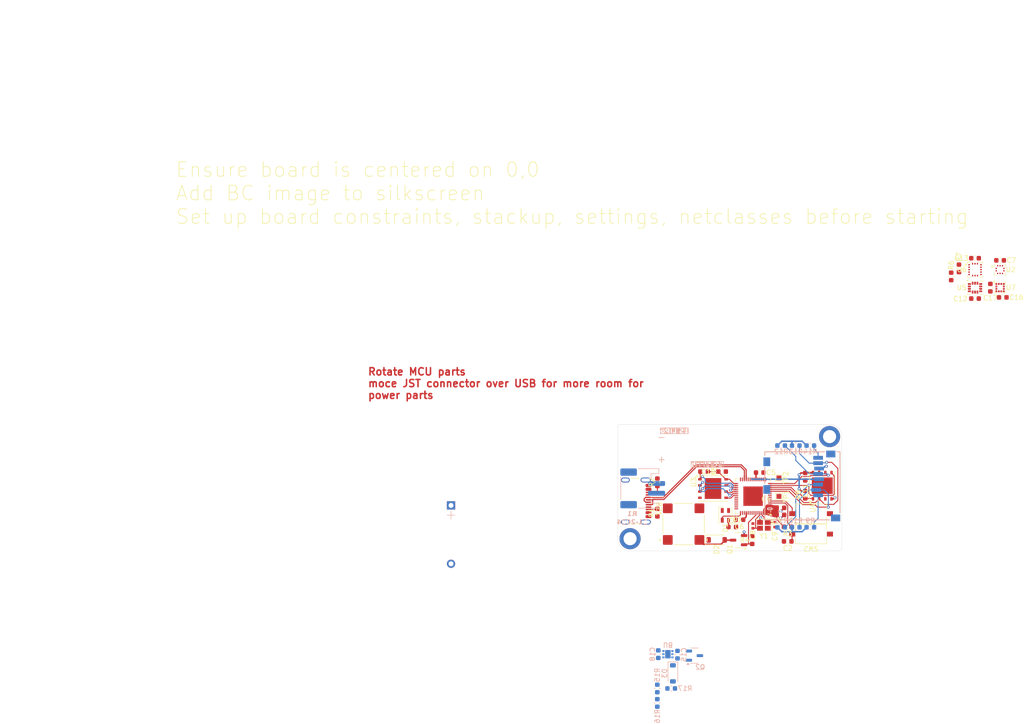
<source format=kicad_pcb>
(kicad_pcb (version 20240108) (generator "pcbnew") (generator_version "8.0")
  (title_block (title "Aerochungus Flight Recorder") (date "2024-10-29") (rev "R1") (company "Chungus Aerospace"))
  (layers (0 "F.Cu" signal) (1 "In1.Cu" signal) (2 "In2.Cu" signal) (31 "B.Cu" signal) (34 "B.Paste" user) (35 "F.Paste" user) (36 "B.SilkS" user "B.Silkscreen") (37 "F.SilkS" user "F.Silkscreen") (38 "B.Mask" user) (39 "F.Mask" user) (44 "Edge.Cuts" user))
  (net 0 "")
  (net 1 "Net-(BZ1--)")
  (net 2 "/XTAL_N")
  (net 3 "/XTAL_P")
  (net 4 "/VDD_SPI")
  (net 5 "VBAT")
  (net 6 "Net-(U7-C1)")
  (net 8 "/NEOPIXEL")
  (net 9 "VBUS")
  (net 11 "/D-")
  (net 14 "/D+")
  (net 15 "/CC1")
  (net 17 "/CC2")
  (net 21 "/MOSI")
  (net 22 "/SD_CS")
  (net 23 "Net-(J2-DAT1)")
  (net 24 "/MISO")
  (net 25 "Net-(J2-DAT2)")
  (net 26 "/SCK")
  (net 27 "/SCL")
  (net 28 "/SDA")
  (net 29 "/BUZZ")
  (net 30 "/SPICS0")
  (net 31 "/VBAT_SENSE")
  (net 32 "/BOOT")
  (net 33 "/IO11")
  (net 35 "/FSH_CS")
  (net 36 "/SPID")
  (net 40 "/SPIHD")
  (net 45 "/SPICLK")
  (net 48 "/SPIQ")
  (net 58 "/SPIWP")
  (net 71 "GND")
  (net 72 "/IO10")
  (net 76 "+3V3")
  (net 78 "/VHIGH")
  (net 81 "/RESET")
  (footprint "Capacitor_SMD:C_0603_1608Metric" (layer "F.Cu") (at 206.1 60.8625)
    (property "Reference" "C16")
    (property "Value" "100nF")
  )
  (footprint "Capacitor_SMD:C_0603_1608Metric" (layer "F.Cu") (at 135.11 105.15 -90)
    (property "Reference" "R1")
    (property "Value" "5.1k")
  )
  (footprint "Button_Switch_SMD:SW_Tactile_SPST_NO_Straight_CK_PTS636Sx25SMTRLFS" (layer "F.Cu") (at 166.7 109.55 180)
    (property "Reference" "SW2")
    (property "Value" "PTS636 SK25F")
  )
  (footprint "Capacitor_SMD:C_0603_1608Metric" (layer "F.Cu") (at 205.55 53.25 180)
    (property "Reference" "C7")
    (property "Value" "100nF")
  )
  (footprint "Crystal:Crystal_SMD_EuroQuartz_X22-4Pin_2.5x2.0mm" (layer "F.Cu") (at 157 107.75 180)
    (property "Reference" "Y1")
    (property "Value" "ECS-400-8-36B-7KY")
  )
  (footprint "besser_footprints:M2.5_2.7mm_hole" (layer "F.Cu") (at 129.5 110.5)
    (property "Reference" "H2" (hide yes))
    (property "Value" "M2.5_2.7mm")
  )
  (footprint "Capacitor_SMD:C_0603_1608Metric" (layer "F.Cu") (at 165.5 97.75 -90)
    (property "Reference" "C11")
    (property "Value" "100nF")
  )
  (footprint "Capacitor_SMD:C_0603_1608Metric" (layer "F.Cu") (at 161.9 108.05 180)
    (property "Reference" "R3")
    (property "Value" "5.1K")
  )
  (footprint "Button_Switch_SMD:SW_Tactile_SPST_NO_Straight_CK_PTS636Sx25SMTRLFS" (layer "F.Cu") (at 166.7 105.35 180)
    (property "Reference" "SW1" (hide yes))
    (property "Value" "PTS636 SK25F")
  )
  (footprint "Capacitor_SMD:C_0603_1608Metric" (layer "F.Cu") (at 160.4 104.15)
    (property "Reference" "C4")
    (property "Value" "1uF")
  )
  (footprint "besser_footprints:CMT-9504-87-SMT_BUZZER" (layer "F.Cu") (at 140.5 107.5 90)
    (property "Reference" "BZ1")
    (property "Value" "Buzzer" (hide yes))
  )
  (footprint "Capacitor_SMD:C_0603_1608Metric" (layer "F.Cu") (at 165.5 101.45 90)
    (property "Reference" "R8")
    (property "Value" "47k")
  )
  (footprint "Capacitor_SMD:C_0603_1608Metric" (layer "F.Cu") (at 151.98 106.6 180)
    (property "Reference" "C6")
    (property "Value" "10uF")
  )
  (footprint "besser_footprints:10-WFLGA" (layer "F.Cu") (at 205.55 55.15 90)
    (property "Reference" "U2")
    (property "Value" "BMP390")
  )
  (footprint "Capacitor_SMD:C_0603_1608Metric" (layer "F.Cu") (at 200.4 61.1125)
    (property "Reference" "C12")
    (property "Value" "100nF")
  )
  (footprint "Capacitor_SMD:C_0603_1608Metric" (layer "F.Cu") (at 161.9 111.05 180)
    (property "Reference" "C2")
    (property "Value" "1uF")
  )
  (footprint "Capacitor_SMD:C_0402_1005Metric" (layer "F.Cu") (at 159.25 107.63 -90)
    (property "Reference" "C9")
    (property "Value" "6pF")
  )
  (footprint "Package_LGA:LGA-14_3x2.5mm_P0.5mm_LayoutBorder3x4y" (layer "F.Cu") (at 200.4 58.8625)
    (property "Reference" "U5")
    (property "Value" "LSM6DSO32")
  )
  (footprint "Capacitor_SMD:C_0603_1608Metric" (layer "F.Cu") (at 197.1 54.9 90)
    (property "Reference" "R7")
    (property "Value" "10k")
  )
  (footprint "besser_footprints:M2.5_2.7mm_hole" (layer "F.Cu") (at 170.5 89.5)
    (property "Reference" "H1" (hide yes))
    (property "Value" "M2.5_2.7mm")
  )
  (footprint "TestPoint:TestPoint_Pad_1.0x1.0mm" (layer "F.Cu") (at 160.1 98 -90)
    (property "Reference" "TP2")
    (property "Value" "TestPoint")
  )
  (footprint "Package_SON:WSON-8-1EP_6x5mm_P1.27mm_EP3.4x4.3mm" (layer "F.Cu") (at 146.55 100.175)
    (property "Reference" "U3")
    (property "Value" "W25Q128JVPIQ")
  )
  (footprint "Package_TO_SOT_SMD:SOT-23-3" (layer "F.Cu") (at 151.8 110.8 180)
    (property "Reference" "Q1")
    (property "Value" "DMP2045U-7")
  )
  (footprint "Capacitor_SMD:C_0603_1608Metric" (layer "F.Cu") (at 144.71 96.705)
    (property "Reference" "R5")
    (property "Value" "100k")
  )
  (footprint "Capacitor_SMD:C_0603_1608Metric" (layer "F.Cu") (at 160.4 105.6)
    (property "Reference" "C3")
    (property "Value" "100nF")
  )
  (footprint "Capacitor_SMD:C_0603_1608Metric" (layer "F.Cu") (at 150.5 108.1)
    (property "Reference" "C1")
    (property "Value" "100nF")
  )
  (footprint "Capacitor_SMD:C_0603_1608Metric" (layer "F.Cu") (at 195.5 56.55 90)
    (property "Reference" "R6")
    (property "Value" "10k")
  )
  (footprint "Capacitor_SMD:C_0603_1608Metric" (layer "F.Cu") (at 135.11 98.9 90)
    (property "Reference" "R2")
    (property "Value" "5.1k")
  )
  (footprint "besser_footprints:TLGA-16L" (layer "F.Cu") (at 200.4 55.1625)
    (property "Reference" "U6")
    (property "Value" "H3LIS331DLTR")
  )
  (footprint "besser_footprints:IN-PI22TAT5R5G5B" (layer "F.Cu") (at 149.1 105.7 90)
    (property "Reference" "D1")
    (property "Value" "IN-PI22" (hide yes))
  )
  (footprint "Package_LGA:LGA-12_2x2mm_P0.5mm" (layer "F.Cu") (at 205.55 58.8625)
    (property "Reference" "U7")
    (property "Value" "LIS3MDL")
  )
  (footprint "Capacitor_SMD:C_0603_1608Metric" (layer "F.Cu") (at 203.55 58.8625 90)
    (property "Reference" "C17")
    (property "Value" "100nF")
  )
  (footprint "Capacitor_SMD:C_0603_1608Metric" (layer "F.Cu") (at 156.15 96.9)
    (property "Reference" "C5")
    (property "Value" "1uF")
  )
  (footprint "Capacitor_SMD:C_0603_1608Metric" (layer "F.Cu") (at 148.41 96.7)
    (property "Reference" "C10")
    (property "Value" "100nF")
  )
  (footprint "Package_SON:WSON-8-1EP_6x5mm_P1.27mm_EP3.4x4.3mm" (layer "F.Cu") (at 169 99.6 90)
    (property "Reference" "U4")
    (property "Value" "W25Q128JVPIQ")
  )
  (footprint "TestPoint:TestPoint_Pad_1.0x1.0mm" (layer "F.Cu") (at 160.1 101.8 -90)
    (property "Reference" "TP1")
    (property "Value" "TestPoint")
  )
  (footprint "Capacitor_SMD:C_0402_1005Metric" (layer "F.Cu") (at 154.75 107.87 -90)
    (property "Reference" "C8")
    (property "Value" "6pF")
  )
  (footprint "Connector_USB:USB_C_Receptacle_GCT_USB4105-xx-A_16P_TopMnt_Horizontal" (layer "F.Cu") (at 129.61 102.75 -90)
    (property "Reference" "J1" (hide yes))
    (property "Value" "USB4105-GF-A")
  )
  (footprint "Package_DFN_QFN:QFN-56-1EP_7x7mm_P0.4mm_EP4x4mm" (layer "F.Cu") (at 154.78 101.75 180)
    (property "Reference" "U1")
    (property "Value" "ESP32-S3R8")
  )
  (footprint "Diode_SMD:D_SOD-123" (layer "F.Cu") (at 147.3 110.75)
    (property "Reference" "D2")
    (property "Value" "SS2040LL")
  )
  (footprint "Capacitor_SMD:C_0603_1608Metric" (layer "F.Cu") (at 200.4 52.8125 180)
    (property "Reference" "C13")
    (property "Value" "100nF")
  )
  (footprint "Capacitor_SMD:C_0603_1608Metric" (layer "F.Cu") (at 154.6 110.8 -90)
    (property "Reference" "R4")
    (property "Value" "10K")
  )
  (footprint "besser_footprints:CP_Radial_D16.5mm_P12mm" (layer "B.Cu") (at 92.7 115.65 90)
    (property "Reference" "C14" (hide yes))
    (property "Value" "1.5F")
  )
  (footprint "Capacitor_SMD:C_0603_1608Metric" (layer "B.Cu") (at 163.55 108.15)
    (property "Reference" "R10")
    (property "Value" "47k")
  )
  (footprint "Capacitor_SMD:C_0603_1608Metric" (layer "B.Cu") (at 135.3 134.25 90)
    (property "Reference" "C18")
    (property "Value" "10uF")
  )
  (footprint "Capacitor_SMD:C_0603_1608Metric" (layer "B.Cu") (at 135.1 144.275 90)
    (property "Reference" "R16")
    (property "Value" "806o")
  )
  (footprint "Capacitor_SMD:C_0603_1608Metric" (layer "B.Cu") (at 160.55 91.35)
    (property "Reference" "R12")
    (property "Value" "47k")
  )
  (footprint "Capacitor_SMD:C_0603_1608Metric" (layer "B.Cu") (at 137.95 141.3 180)
    (property "Reference" "R17")
    (property "Value" "10k")
  )
  (footprint "Capacitor_SMD:C_0603_1608Metric" (layer "B.Cu") (at 160.55 108.15)
    (property "Reference" "R11")
    (property "Value" "47k")
  )
  (footprint "besser_footprints:GCT_MEM2061-01-188-00-A_REVA" (layer "B.Cu") (at 164.925 99.625 -90)
    (property "Reference" "J2" (hide yes))
    (property "Value" "Micro_SD_Card_Det1")
  )
  (footprint "Capacitor_SMD:C_0603_1608Metric" (layer "B.Cu") (at 139.25 134.35 90)
    (property "Reference" "C15")
    (property "Value" "1uF")
  )
  (footprint "Connector_JST:JST_PH_S2B-PH-SM4-TB_1x02-1MP_P2.00mm_Horizontal" (layer "B.Cu") (at 132.1 100.15 90)
    (property "Reference" "J4" (hide yes))
    (property "Value" "JST-PH")
  )
  (footprint "Capacitor_SMD:C_0603_1608Metric" (layer "B.Cu") (at 166.55 91.35)
    (property "Reference" "R14")
    (property "Value" "47k")
  )
  (footprint "Diode_SMD:D_SOD-123" (layer "B.Cu") (at 138.3 138.2 -90)
    (property "Reference" "D3")
    (property "Value" "SS2040LL")
  )
  (footprint "Package_TO_SOT_SMD:SOT-23-3" (layer "B.Cu") (at 142.7125 134.55)
    (property "Reference" "Q2")
    (property "Value" "DMP2045U-7")
  )
  (footprint "Capacitor_SMD:C_0603_1608Metric" (layer "B.Cu") (at 163.55 91.35)
    (property "Reference" "R13")
    (property "Value" "47k")
  )
  (footprint "Capacitor_SMD:C_0603_1608Metric" (layer "B.Cu") (at 166.55 108.15)
    (property "Reference" "R9")
    (property "Value" "47k")
  )
  (footprint "Capacitor_SMD:C_0603_1608Metric" (layer "B.Cu") (at 135.1 141.3 90)
    (property "Reference" "R15")
    (property "Value" "1k")
  )
  (footprint "besser_footprints:6-WDFN_2x2mm_EP" (layer "B.Cu") (at 137.275 134.25 180)
    (property "Reference" "U8")
    (property "Value" "NCP187AMT330TAG")
  )
  (gr_line (start 172.5 113) (end 129.5 113) (stroke (width 0.05)) (layer "Edge.Cuts"))
  (gr_arc (start 129.5 113) (mid 127.732233 112.267767) (end 127 110.5) (stroke (width 0.05)) (layer "Edge.Cuts"))
  (gr_line (start 127 110.5) (end 127 87.5) (stroke (width 0.05)) (layer "Edge.Cuts"))
  (gr_arc (start 173 112.5) (mid 172.853553 112.853553) (end 172.5 113) (stroke (width 0.05)) (layer "Edge.Cuts"))
  (gr_arc (start 170.5 87) (mid 172.267767 87.732233) (end 173 89.5) (stroke (width 0.05)) (layer "Edge.Cuts"))
  (gr_line (start 173 89.5) (end 173 112.5) (stroke (width 0.05)) (layer "Edge.Cuts"))
  (gr_line (start 127.5 87) (end 170.5 87) (stroke (width 0.05)) (layer "Edge.Cuts"))
  (gr_arc (start 127 87.5) (mid 127.146447 87.146447) (end 127.5 87) (stroke (width 0.05)) (layer "Edge.Cuts"))
  (gr_text "Rotate MCU parts\nmoce JST connector over USB for more room for \npower parts\n" (at 75.5 81.85 0) (layer "F.Cu") (effects (font (size 1.5 1.5) (thickness 0.3) (bold yes)) (justify left bottom)))
  (gr_text "R1\n11-2024" (at 129.95 107.7 0) (layer "B.SilkS") (effects (font (size 1 1) (thickness 0.16) (bold yes)) (justify bottom mirror)))
  (gr_text "-" (at 136.95 90.4 0) (layer "B.SilkS") (effects (font (size 1.4 1.4) (thickness 0.16)) (justify left bottom mirror)))
  (gr_text "1S LiPo" (at 138.65 89 0) (layer "B.SilkS" knockout) (effects (font (size 1 1) (thickness 0.16) (bold yes)) (justify bottom mirror)))
  (gr_text "+" (at 136.95 94.95 0) (layer "B.SilkS") (effects (font (size 1.4 1.4) (thickness 0.16)) (justify left bottom mirror)))
  (gr_text "FD Flash\n" (at 145.4 95.9 0) (layer "B.SilkS" knockout) (effects (font (size 1 1) (thickness 0.16) (bold yes)) (justify bottom mirror)))
  (gr_text "Ensure board is centered on 0,0\nAdd BC image to silkscreen\nSet up board constraints, stackup, settings, netclasses before starting\n" (at 36 46 0) (layer "F.SilkS") (effects (font (size 3 3)) (justify left bottom)))
  (segment (start 144.65 111.65) (end 143.75 110.75) (width 0.3) (layer "F.Cu") (net 1))
  (segment (start 149 110.8) (end 148.95 110.75) (width 0.3) (layer "F.Cu") (net 1))
  (segment (start 150.6625 110.8) (end 149 110.8) (width 0.3) (layer "F.Cu") (net 1))
  (segment (start 148.2 111.65) (end 144.65 111.65) (width 0.3) (layer "F.Cu") (net 1))
  (segment (start 148.95 110.75) (end 148.95 110.9) (width 0.3) (layer "F.Cu") (net 1))
  (segment (start 148.95 110.9) (end 148.2 111.65) (width 0.3) (layer "F.Cu") (net 1))
  (segment (start 155.3 108.35) (end 154.75 108.35) (width 0.2) (layer "F.Cu") (net 2))
  (segment (start 155.31 108.34) (end 155.31 106.49565) (width 0.2) (layer "F.Cu") (net 2))
  (segment (start 156.2 108.35) (end 155.3 108.35) (width 0.2) (layer "F.Cu") (net 2))
  (segment (start 155.3 108.35) (end 155.31 108.34) (width 0.2) (layer "F.Cu") (net 2))
  (segment (start 156.18 105.62565) (end 156.18 105.2) (width 0.2) (layer "F.Cu") (net 2))
  (segment (start 155.31 106.49565) (end 156.18 105.62565) (width 0.2) (layer "F.Cu") (net 2))
  (segment (start 157.05 106.4) (end 157.05 106.1) (width 0.2) (layer "F.Cu") (net 3))
  (segment (start 157.8 107.15) (end 159.25 107.15) (width 0.2) (layer "F.Cu") (net 3))
  (segment (start 157.8 107.15) (end 157.05 106.4) (width 0.2) (layer "F.Cu") (net 3))
  (segment (start 156.58 105.63) (end 156.58 105.2) (width 0.2) (layer "F.Cu") (net 3))
  (segment (start 157.05 106.1) (end 156.58 105.63) (width 0.2) (layer "F.Cu") (net 3))
  (segment (start 147.5 96.7) (end 147.495 96.705) (width 0.19) (layer "F.Cu") (net 4))
  (segment (start 149.92 98.27) (end 149.25 98.27) (width 0.19) (layer "F.Cu") (net 4))
  (segment (start 151.33 99.15) (end 150.8 99.15) (width 0.19) (layer "F.Cu") (net 4))
  (segment (start 147.635 96.7) (end 147.5 96.7) (width 0.19) (layer "F.Cu") (net 4))
  (segment (start 150.8 99.15) (end 149.92 98.27) (width 0.19) (layer "F.Cu") (net 4))
  (segment (start 147.635 96.735) (end 147.635 96.7) (width 0.19) (layer "F.Cu") (net 4))
  (segment (start 149.17 98.27) (end 147.635 96.735) (width 0.19) (layer "F.Cu") (net 4))
  (segment (start 149.25 98.27) (end 149.17 98.27) (width 0.19) (layer "F.Cu") (net 4))
  (segment (start 147.495 96.705) (end 145.485 96.705) (width 0.19) (layer "F.Cu") (net 4))
  (segment (start 148.45 106.1) (end 148.45 106.7) (width 0.19) (layer "F.Cu") (net 8))
  (segment (start 152.18 105.62) (end 151.95 105.85) (width 0.19) (layer "F.Cu") (net 8))
  (segment (start 152.18 105.2) (end 152.18 105.62) (width 0.19) (layer "F.Cu") (net 8))
  (segment (start 148.7 105.85) (end 148.45 106.1) (width 0.19) (layer "F.Cu") (net 8))
  (segment (start 151.95 105.85) (end 148.7 105.85) (width 0.19) (layer "F.Cu") (net 8))
  (segment (start 153.38 97.699999) (end 153.365 97.684999) (width 0.22) (layer "F.Cu") (net 11))
  (segment (start 143.02337 95.315) (end 136.27337 102.065) (width 0.22) (layer "F.Cu") (net 11))
  (segment (start 132.715001 103) (end 133.29 103) (width 0.22) (layer "F.Cu") (net 11))
  (segment (start 132.4 102.684999) (end 132.715001 103) (width 0.22) (layer "F.Cu") (net 11))
  (segment (start 132.4 102.3) (end 132.4 102.684999) (width 0.22) (layer "F.Cu") (net 11))
  (segment (start 153.365 96.30337) (end 152.37663 95.315) (width 0.22) (layer "F.Cu") (net 11))
  (segment (start 134.217501 102.065) (end 134.152501 102) (width 0.22) (layer "F.Cu") (net 11))
  (segment (start 132.7 102) (end 132.4 102.3) (width 0.22) (layer "F.Cu") (net 11))
  (segment (start 136.27337 102.065) (end 134.217501 102.065) (width 0.22) (layer "F.Cu") (net 11))
  (segment (start 133.29 102) (end 132.7 102) (width 0.22) (layer "F.Cu") (net 11))
  (segment (start 134.152501 102) (end 133.29 102) (width 0.22) (layer "F.Cu") (net 11))
  (segment (start 152.37663 95.315) (end 143.02337 95.315) (width 0.22) (layer "F.Cu") (net 11))
  (segment (start 153.38 98.3) (end 153.38 97.699999) (width 0.22) (layer "F.Cu") (net 11))
  (segment (start 153.365 97.684999) (end 153.365 96.30337) (width 0.22) (layer "F.Cu") (net 11))
  (segment (start 143.17663 95.685) (end 136.42663 102.435) (width 0.22) (layer "F.Cu") (net 14))
  (segment (start 152.995 96.45663) (end 152.22337 95.685) (width 0.22) (layer "F.Cu") (net 14))
  (segment (start 134.05 103.5) (end 134.15 103.4) (width 0.22) (layer "F.Cu") (net 14))
  (segment (start 152.995 97.684999) (end 152.995 96.45663) (width 0.22) (layer "F.Cu") (net 14))
  (segment (start 152.98 97.699999) (end 152.995 97.684999) (width 0.22) (layer "F.Cu") (net 14))
  (segment (start 133.29 103.5) (end 134.05 103.5) (width 0.22) (layer "F.Cu") (net 14))
  (segment (start 134.152501 102.5) (end 133.29 102.5) (width 0.22) (layer "F.Cu") (net 14))
  (segment (start 152.22337 95.685) (end 143.17663 95.685) (width 0.22) (layer "F.Cu") (net 14))
  (segment (start 136.42663 102.435) (end 134.217501 102.435) (width 0.22) (layer "F.Cu") (net 14))
  (segment (start 134.15 103.4) (end 134.15 102.502501) (width 0.22) (layer "F.Cu") (net 14))
  (segment (start 134.15 102.502501) (end 134.152501 102.5) (width 0.22) (layer "F.Cu") (net 14))
  (segment (start 134.217501 102.435) (end 134.152501 102.5) (width 0.22) (layer "F.Cu") (net 14))
  (segment (start 152.98 98.3) (end 152.98 97.699999) (width 0.22) (layer "F.Cu") (net 14))
  (segment (start 134.35 101.5) (end 135.11 100.74) (width 0.19) (layer "F.Cu") (net 15))
  (segment (start 133.29 101.5) (end 134.35 101.5) (width 0.19) (layer "F.Cu") (net 15))
  (segment (start 135.11 100.74) (end 135.11 99.675) (width 0.19) (layer "F.Cu") (net 15))
  (segment (start 134.985 104.5) (end 135.11 104.375) (width 0.19) (layer "F.Cu") (net 17))
  (segment (start 133.29 104.5) (end 134.985 104.5) (width 0.19) (layer "F.Cu") (net 17))
  (segment (start 166.66 101.6) (end 171.2 101.6) (width 0.19) (layer "F.Cu") (net 21))
  (segment (start 171.45 97.55) (end 170.905 97.005) (width 0.19) (layer "F.Cu") (net 21))
  (segment (start 171.45 101.35) (end 171.45 97.55) (width 0.19) (layer "F.Cu") (net 21))
  (segment (start 170.905 97.005) (end 170.905 96.9) (width 0.19) (layer "F.Cu") (net 21))
  (segment (start 166.25 99.5) (end 166.25 101.19) (width 0.19) (layer "F.Cu") (net 21))
  (segment (start 166.25 99.5) (end 166.2 99.55) (width 0.19) (layer "F.Cu") (net 21))
  (segment (start 166.2 99.55) (end 158.23 99.55) (width 0.19) (layer "F.Cu") (net 21))
  (segment (start 166.25 101.19) (end 166.66 101.6) (width 0.19) (layer "F.Cu") (net 21))
  (segment (start 171.2 101.6) (end 171.45 101.35) (width 0.19) (layer "F.Cu") (net 21))
  (via (at 166.25 99.5) (size 0.6) (drill 0.3) (layers "F.Cu" "B.Cu") (net 21))
  (segment (start 166.285 99.365) (end 168.15 99.365) (width 0.19) (layer "B.Cu") (net 21))
  (segment (start 163.55 105.95) (end 163.55 102.1) (width 0.19) (layer "B.Cu") (net 21))
  (segment (start 161.325 108.15) (end 161.35 108.15) (width 0.19) (layer "B.Cu") (net 21))
  (segment (start 163.55 102.1) (end 166.285 99.365) (width 0.19) (layer "B.Cu") (net 21))
  (segment (start 161.35 108.15) (end 163.55 105.95) (width 0.19) (layer "B.Cu") (net 21))
  (segment (start 167.5 103.5) (end 164.95 103.5) (width 0.19) (layer "F.Cu") (net 22))
  (segment (start 164.95 103.5) (end 162.2 100.75) (width 0.19) (layer "F.Cu") (net 22))
  (segment (start 162.2 100.75) (end 158.23 100.75) (width 0.19) (layer "F.Cu") (net 22))
  (segment (start 168 104) (end 167.5 103.5) (width 0.19) (layer "F.Cu") (net 22))
  (segment (start 170.25 104) (end 168 104) (width 0.19) (layer "F.Cu") (net 22))
  (via (at 170.25 104) (size 0.6) (drill 0.3) (layers "F.Cu" "B.Cu") (net 22))
  (segment (start 170.25 104) (end 170.25 101.35) (width 0.19) (layer "B.Cu") (net 22))
  (segment (start 164.325 102.425) (end 166.285 100.465) (width 0.19) (layer "B.Cu") (net 22))
  (segment (start 164.325 108.15) (end 164.325 102.425) (width 0.19) (layer "B.Cu") (net 22))
  (segment (start 170.25 101.35) (end 169.365 100.465) (width 0.19) (layer "B.Cu") (net 22))
  (segment (start 166.285 100.465) (end 167.75 100.465) (width 0.19) (layer "B.Cu") (net 22))
  (segment (start 169.365 100.465) (end 167.75 100.465) (width 0.19) (layer "B.Cu") (net 22))
  (segment (start 167.325 91.35) (end 167.325 92.05) (width 0.19) (layer "B.Cu") (net 23))
  (segment (start 167.325 92.05) (end 168.15 92.875) (width 0.19) (layer "B.Cu") (net 23))
  (segment (start 168.15 92.875) (end 168.15 93.865) (width 0.19) (layer "B.Cu") (net 23))
  (segment (start 169.515 103.45) (end 171.35 103.45) (width 0.19) (layer "F.Cu") (net 24))
  (segment (start 171.35 103.45) (end 172.2 102.6) (width 0.19) (layer "F.Cu") (net 24))
  (segment (start 172.2 102.6) (end 172.2 96.05) (width 0.19) (layer "F.Cu") (net 24))
  (segment (start 168.365 102.3) (end 167.615 103.05) (width 0.19) (layer "F.Cu") (net 24))
  (segment (start 170.95 94.8) (end 169.9 94.8) (width 0.19) (layer "F.Cu") (net 24))
  (segment (start 162.45 100.35) (end 158.23 100.35) (width 0.19) (layer "F.Cu") (net 24))
  (segment (start 167.615 103.05) (end 165.15 103.05) (width 0.19) (layer "F.Cu") (net 24))
  (segment (start 165.15 103.05) (end 162.45 100.35) (width 0.19) (layer "F.Cu") (net 24))
  (segment (start 168.365 102.3) (end 169.515 103.45) (width 0.19) (layer "F.Cu") (net 24))
  (segment (start 172.2 96.05) (end 170.95 94.8) (width 0.19) (layer "F.Cu") (net 24))
  (via (at 169.9 94.8) (size 0.6) (drill 0.3) (layers "F.Cu" "B.Cu") (net 24))
  (segment (start 164.325 91.35) (end 164.325 92.975) (width 0.19) (layer "B.Cu") (net 24))
  (segment (start 164.325 92.975) (end 166.315 94.965) (width 0.19) (layer "B.Cu") (net 24))
  (segment (start 168.215 94.9) (end 168.15 94.965) (width 0.19) (layer "B.Cu") (net 24))
  (segment (start 166.315 94.965) (end 168.15 94.965) (width 0.19) (layer "B.Cu") (net 24))
  (segment (start 169.8 94.9) (end 168.215 94.9) (width 0.19) (layer "B.Cu") (net 24))
  (segment (start 169.9 94.8) (end 169.8 94.9) (width 0.19) (layer "B.Cu") (net 24))
  (segment (start 167.325 107.125) (end 168.15 106.3) (width 0.19) (layer "B.Cu") (net 25))
  (segment (start 167.325 108.15) (end 167.325 107.125) (width 0.19) (layer "B.Cu") (net 25))
  (segment (start 168.15 106.3) (end 168.15 101.565) (width 0.19) (layer "B.Cu") (net 25))
  (segment (start 166.63 97.52) (end 166.45 97.7) (width 0.19) (layer "F.Cu") (net 26))
  (segment (start 170.25 97.45) (end 170.18 97.52) (width 0.19) (layer "F.Cu") (net 26))
  (segment (start 170.25 97.45) (end 170.05 97.45) (width 0.19) (layer "F.Cu") (net 26))
  (segment (start 170.18 97.52) (end 166.63 97.52) (width 0.19) (layer "F.Cu") (net 26))
  (segment (start 164.8 97.7) (end 163.35 99.15) (width 0.19) (layer "F.Cu") (net 26))
  (segment (start 166.45 97.7) (end 164.8 97.7) (width 0.19) (layer "F.Cu") (net 26))
  (segment (start 163.35 99.15) (end 158.23 99.15) (width 0.19) (layer "F.Cu") (net 26))
  (segment (start 169.635 97.035) (end 170.05 97.45) (width 0.19) (layer "F.Cu") (net 26))
  (segment (start 169.635 96.9) (end 169.635 97.035) (width 0.19) (layer "F.Cu") (net 26))
  (via (at 170.25 97.45) (size 0.6) (drill 0.3) (layers "F.Cu" "B.Cu") (net 26))
  (segment (start 169.965 97.165) (end 168.15 97.165) (width 0.19) (layer "B.Cu") (net 26))
  (segment (start 170.25 97.45) (end 169.965 97.165) (width 0.19) (layer "B.Cu") (net 26))
  (segment (start 166.315 97.165) (end 168.15 97.165) (width 0.19) (layer "B.Cu") (net 26))
  (segment (start 161.325 91.35) (end 163.55 93.575) (width 0.19) (layer "B.Cu") (net 26))
  (segment (start 163.55 93.575) (end 163.55 94.4) (width 0.19) (layer "B.Cu") (net 26))
  (segment (start 163.55 94.4) (end 166.315 97.165) (width 0.19) (layer "B.Cu") (net 26))
  (segment (start 154.6 111.575) (end 153.85 111.575) (width 0.19) (layer "F.Cu") (net 29))
  (segment (start 155.38 105.618578) (end 153.85 107.148578) (width 0.19) (layer "F.Cu") (net 29))
  (segment (start 154.425 111.75) (end 154.6 111.575) (width 0.3) (layer "F.Cu") (net 29))
  (segment (start 153.85 111.575) (end 153.85 107.148578) (width 0.19) (layer "F.Cu") (net 29))
  (segment (start 155.38 105.2) (end 155.38 105.618578) (width 0.19) (layer "F.Cu") (net 29))
  (segment (start 153.1125 111.575) (end 152.9375 111.75) (width 0.19) (layer "F.Cu") (net 29))
  (segment (start 153.85 111.575) (end 153.1125 111.575) (width 0.19) (layer "F.Cu") (net 29))
  (segment (start 143.935 98.185) (end 143.85 98.27) (width 0.19) (layer "F.Cu") (net 30))
  (segment (start 144.396568 97.723432) (end 143.85 98.27) (width 0.19) (layer "F.Cu") (net 30))
  (segment (start 150.15 100.5) (end 150.3 100.35) (width 0.19) (layer "F.Cu") (net 30))
  (segment (start 144.396568 97.7) (end 144.396568 97.723432) (width 0.19) (layer "F.Cu") (net 30))
  (segment (start 143.935 96.705) (end 143.935 98.185) (width 0.19) (layer "F.Cu") (net 30))
  (segment (start 150.3 100.35) (end 151.33 100.35) (width 0.19) (layer "F.Cu") (net 30))
  (via (at 144.396568 97.7) (size 0.6) (drill 0.3) (layers "F.Cu" "B.Cu") (net 30))
  (via (at 150.15 100.5) (size 0.6) (drill 0.3) (layers "F.Cu" "B.Cu") (net 30))
  (segment (start 144.396568 97.7) (end 144.95 98.253432) (width 0.19) (layer "B.Cu") (net 30))
  (segment (start 144.95 98.75) (end 145.3 99.1) (width 0.19) (layer "B.Cu") (net 30))
  (segment (start 150.269169 99.1) (end 150.62 99.450831) (width 0.19) (layer "B.Cu") (net 30))
  (segment (start 145.3 99.1) (end 150.269169 99.1) (width 0.19) (layer "B.Cu") (net 30))
  (segment (start 150.62 99.450831) (end 150.62 100.03) (width 0.19) (layer "B.Cu") (net 30))
  (segment (start 150.62 100.03) (end 150.15 100.5) (width 0.19) (layer "B.Cu") (net 30))
  (segment (start 144.95 98.253432) (end 144.95 98.75) (width 0.19) (layer "B.Cu") (net 30))
  (segment (start 162.825 104.173254) (end 161.401746 102.75) (width 0.19) (layer "F.Cu") (net 32))
  (segment (start 162.825 105.35) (end 162.825 104.173254) (width 0.19) (layer "F.Cu") (net 32))
  (segment (start 161.401746 102.75) (end 158.23 102.75) (width 0.19) (layer "F.Cu") (net 32))
  (segment (start 167.02 102.225) (end 167.095 102.3) (width 0.19) (layer "F.Cu") (net 35))
  (segment (start 162.6 99.95) (end 158.23 99.95) (width 0.19) (layer "F.Cu") (net 35))
  (segment (start 165.375 102.225) (end 164.5 101.35) (width 0.19) (layer "F.Cu") (net 35))
  (segment (start 164.5 101.35) (end 164 101.35) (width 0.19) (layer "F.Cu") (net 35))
  (segment (start 165.5 102.225) (end 165.375 102.225) (width 0.19) (layer "F.Cu") (net 35))
  (segment (start 164 101.35) (end 162.6 99.95) (width 0.19) (layer "F.Cu") (net 35))
  (segment (start 165.5 102.225) (end 167.02 102.225) (width 0.19) (layer "F.Cu") (net 35))
  (segment (start 149.305 102.135) (end 150.247411 102.135) (width 0.19) (layer "F.Cu") (net 36))
  (segment (start 150.832411 101.55) (end 151.33 101.55) (width 0.19) (layer "F.Cu") (net 36))
  (segment (start 149.25 102.08) (end 149.305 102.135) (width 0.19) (layer "F.Cu") (net 36))
  (segment (start 150.247411 102.135) (end 150.832411 101.55) (width 0.19) (layer "F.Cu") (net 36))
  (segment (start 150.719168 99.55) (end 150.219168 99.05) (width 0.19) (layer "F.Cu") (net 40))
  (segment (start 149.9 99.05) (end 149.41 99.54) (width 0.19) (layer "F.Cu") (net 40))
  (segment (start 151.33 99.55) (end 150.719168 99.55) (width 0.19) (layer "F.Cu") (net 40))
  (segment (start 149.41 99.54) (end 149.25 99.54) (width 0.19) (layer "F.Cu") (net 40))
  (segment (start 150.219168 99.05) (end 149.9 99.05) (width 0.19) (layer "F.Cu") (net 40))
  (segment (start 149.25 100.81) (end 149.485 101.045) (width 0.19) (layer "F.Cu") (net 45))
  (segment (start 149.485 101.045) (end 150.375747 101.045) (width 0.19) (layer "F.Cu") (net 45))
  (segment (start 151.33 100.75) (end 150.670747 100.75) (width 0.19) (layer "F.Cu") (net 45))
  (segment (start 150.670747 100.75) (end 150.375747 101.045) (width 0.19) (layer "F.Cu") (net 45))
  (segment (start 144.4 98.99) (end 144.4 98.9) (width 0.19) (layer "F.Cu") (net 48))
  (segment (start 150.751579 101.15) (end 151.33 101.15) (width 0.19) (layer "F.Cu") (net 48))
  (segment (start 150.111665 101.5) (end 150.401579 101.5) (width 0.19) (layer "F.Cu") (net 48))
  (segment (start 143.85 99.54) (end 144.4 98.99) (width 0.19) (layer "F.Cu") (net 48))
  (segment (start 150.401579 101.5) (end 150.751579 101.15) (width 0.19) (layer "F.Cu") (net 48))
  (segment (start 150.021665 101.59) (end 150.111665 101.5) (width 0.19) (layer "F.Cu") (net 48))
  (via (at 150.021665 101.59) (size 0.6) (drill 0.3) (layers "F.Cu" "B.Cu") (net 48))
  (via (at 144.4 98.9) (size 0.6) (drill 0.3) (layers "F.Cu" "B.Cu") (net 48))
  (segment (start 148.6 100.2) (end 149.99 101.59) (width 0.19) (layer "B.Cu") (net 48))
  (segment (start 143.8 99.5) (end 143.8 100.520749) (width 0.19) (layer "B.Cu") (net 48))
  (segment (start 149.99 101.59) (end 150.021665 101.59) (width 0.19) (layer "B.Cu") (net 48))
  (segment (start 144.079251 100.8) (end 144.75 100.8) (width 0.19) (layer "B.Cu") (net 48))
  (segment (start 144.75 100.8) (end 145.35 100.2) (width 0.19) (layer "B.Cu") (net 48))
  (segment (start 144.4 98.9) (end 143.8 99.5) (width 0.19) (layer "B.Cu") (net 48))
  (segment (start 143.8 100.520749) (end 144.079251 100.8) (width 0.19) (layer "B.Cu") (net 48))
  (segment (start 145.35 100.2) (end 148.6 100.2) (width 0.19) (layer "B.Cu") (net 48))
  (segment (start 150.126578 99.676578) (end 150.4 99.95) (width 0.19) (layer "F.Cu") (net 58))
  (segment (start 143.85 100.81) (end 144.399998 100.260002) (width 0.19) (layer "F.Cu") (net 58))
  (segment (start 150.4 99.95) (end 151.33 99.95) (width 0.19) (layer "F.Cu") (net 58))
  (segment (start 150.075 99.676578) (end 150.126578 99.676578) (width 0.19) (layer "F.Cu") (net 58))
  (segment (start 144.399998 100.260002) (end 144.399998 100.2) (width 0.19) (layer "F.Cu") (net 58))
  (via (at 144.399998 100.2) (size 0.6) (drill 0.3) (layers "F.Cu" "B.Cu") (net 58))
  (via (at 150.075 99.676578) (size 0.6) (drill 0.3) (layers "F.Cu" "B.Cu") (net 58))
  (segment (start 144.873422 99.676578) (end 150.075 99.676578) (width 0.19) (layer "B.Cu") (net 58))
  (segment (start 144.399998 100.2) (end 144.399998 100.150002) (width 0.19) (layer "B.Cu") (net 58))
  (segment (start 144.399998 100.150002) (end 144.873422 99.676578) (width 0.19) (layer "B.Cu") (net 58))
  (segment (start 156.2 106.35) (end 156.35 106.2) (width 0.3) (layer "F.Cu") (net 71))
  (segment (start 156.2 107.15) (end 156.2 106.35) (width 0.3) (layer "F.Cu") (net 71))
  (segment (start 160.5 104.85) (end 160.5 104.825) (width 0.3) (layer "F.Cu") (net 71))
  (segment (start 160.5 104.825) (end 161.175 104.15) (width 0.3) (layer "F.Cu") (net 71))
  (segment (start 152.9375 109.1125) (end 152.95 109.1) (width 0.3) (layer "F.Cu") (net 71))
  (segment (start 152.9375 109.85) (end 152.9375 109.1125) (width 0.3) (layer "F.Cu") (net 71))
  (segment (start 160.45 106.25) (end 160.525 106.25) (width 0.3) (layer "F.Cu") (net 71))
  (segment (start 171.35 102.3) (end 171.6 102.05) (width 0.3) (layer "F.Cu") (net 71))
  (segment (start 156.35 106.2) (end 156.366734 106.216734) (width 0.3) (layer "F.Cu") (net 71))
  (segment (start 170.905 102.3) (end 171.35 102.3) (width 0.3) (layer "F.Cu") (net 71))
  (segment (start 161.175 105.625) (end 161.175 105.6) (width 0.3) (layer "F.Cu") (net 71))
  (segment (start 160.525 106.25) (end 161.175 105.6) (width 0.3) (layer "F.Cu") (net 71))
  (via (at 160.45 106.25) (size 0.6) (drill 0.3) (layers "F.Cu" "B.Cu") (net 71))
  (via (at 169.85 95.6) (size 0.6) (drill 0.3) (layers "F.Cu" "B.Cu") (net 71))
  (via (at 152.95 109.1) (size 0.6) (drill 0.3) (layers "F.Cu" "B.Cu") (net 71))
  (via (at 160.5 104.85) (size 0.6) (drill 0.3) (layers "F.Cu" "B.Cu") (net 71))
  (via (at 156.366734 106.216734) (size 0.6) (drill 0.3) (layers "F.Cu" "B.Cu") (net 71))
  (via (at 171.6 102.05) (size 0.6) (drill 0.3) (layers "F.Cu" "B.Cu") (net 71))
  (segment (start 168.35 96.065) (end 169.135 96.065) (width 0.3) (layer "B.Cu") (net 71))
  (segment (start 168.35 96.065) (end 169.035 96.065) (width 0.4) (layer "B.Cu") (net 71))
  (segment (start 169.6 95.6) (end 169.85 95.6) (width 0.3) (layer "B.Cu") (net 71))
  (segment (start 169.135 96.065) (end 169.6 95.6) (width 0.3) (layer "B.Cu") (net 71))
  (segment (start 164.25 100.25) (end 164.675 100.675) (width 0.3) (layer "F.Cu") (net 76))
  (segment (start 149.725 106.725) (end 149.75 106.7) (width 0.3) (layer "F.Cu") (net 76))
  (segment (start 164.625 96.975) (end 165.5 96.975) (width 0.3) (layer "F.Cu") (net 76))
  (segment (start 155.38 96.905) (end 155.375 96.9) (width 0.3) (layer "F.Cu") (net 76))
  (segment (start 164.25 97.35) (end 164.625 96.975) (width 0.3) (layer "F.Cu") (net 76))
  (segment (start 152.755 106.6) (end 153.38 105.975) (width 0.3) (layer "F.Cu") (net 76))
  (segment (start 155.38 98.3) (end 155.38 96.905) (width 0.3) (layer "F.Cu") (net 76))
  (segment (start 167.095 96.9) (end 165.575 96.9) (width 0.3) (layer "F.Cu") (net 76))
  (segment (start 161.125 108.05) (end 159.625 106.55) (width 0.19) (layer "F.Cu") (net 76))
  (segment (start 149.875 106.825) (end 149.75 106.7) (width 0.3) (layer "F.Cu") (net 76))
  (segment (start 159.625 106.55) (end 159.625 105.6) (width 0.19) (layer "F.Cu") (net 76))
  (segment (start 164.675 100.675) (end 165.5 100.675) (width 0.3) (layer "F.Cu") (net 76))
  (segment (start 153.38 105.975) (end 153.38 105.2) (width 0.3) (layer "F.Cu") (net 76))
  (segment (start 149.725 108.1) (end 149.725 106.725) (width 0.3) (layer "F.Cu") (net 76))
  (segment (start 165.575 96.9) (end 165.5 96.975) (width 0.3) (layer "F.Cu") (net 76))
  (via (at 164.25 100.25) (size 0.6) (drill 0.3) (layers "F.Cu" "B.Cu") (net 76))
  (via (at 164.25 97.35) (size 0.6) (drill 0.3) (layers "F.Cu" "B.Cu") (net 76))
  (segment (start 162.775 90.475) (end 162.75 90.45) (width 0.3) (layer "B.Cu") (net 76))
  (segment (start 160.675 109.05) (end 162.8 109.05) (width 0.3) (layer "B.Cu") (net 76))
  (segment (start 154.515 98.265) (end 154.5 98.25) (width 0.3) (layer "B.Cu") (net 76))
  (segment (start 162.775 108.15) (end 162.775 109.025) (width 0.3) (layer "B.Cu") (net 76))
  (segment (start 168.35 98.265) (end 158.25 98.265) (width 0.3) (layer "B.Cu") (net 76))
  (segment (start 162.8 109.05) (end 164.875 109.05) (width 0.3) (layer "B.Cu") (net 76))
  (segment (start 158.25 98.265) (end 158.1 98.265) (width 0.3) (layer "B.Cu") (net 76))
  (segment (start 165.775 91.35) (end 164.875 90.45) (width 0.3) (layer "B.Cu") (net 76))
  (segment (start 162.775 109.025) (end 162.8 109.05) (width 0.3) (layer "B.Cu") (net 76))
  (segment (start 164.875 109.05) (end 165.775 108.15) (width 0.3) (layer "B.Cu") (net 76))
  (segment (start 164.25 97.35) (end 164.25 100.25) (width 0.3) (layer "B.Cu") (net 76))
  (segment (start 159.775 108.15) (end 160.675 109.05) (width 0.3) (layer "B.Cu") (net 76))
  (segment (start 164.875 90.45) (end 162.75 90.45) (width 0.3) (layer "B.Cu") (net 76))
  (segment (start 162.775 91.35) (end 162.775 90.475) (width 0.3) (layer "B.Cu") (net 76))
  (segment (start 158.25 98.265) (end 154.515 98.265) (width 0.3) (layer "B.Cu") (net 76))
  (segment (start 162.75 90.45) (end 160.675 90.45) (width 0.3) (layer "B.Cu") (net 76))
  (segment (start 160.675 90.45) (end 159.775 91.35) (width 0.3) (layer "B.Cu") (net 76))
  (segment (start 162.8 109.575) (end 162.825 109.55) (width 0.19) (layer "F.Cu") (net 81))
  (segment (start 162.675 111.05) (end 162.8 110.925) (width 0.19) (layer "F.Cu") (net 81))
  (segment (start 161.9 103.729086) (end 161.320914 103.15) (width 0.19) (layer "F.Cu") (net 81))
  (segment (start 162.8 109.525) (end 162.8 108.175) (width 0.19) (layer "F.Cu") (net 81))
  (segment (start 162.675 108.05) (end 161.9 107.275) (width 0.19) (layer "F.Cu") (net 81))
  (segment (start 162.825 109.55) (end 162.8 109.525) (width 0.19) (layer "F.Cu") (net 81))
  (segment (start 162.8 108.175) (end 162.675 108.05) (width 0.19) (layer "F.Cu") (net 81))
  (segment (start 161.9 107.275) (end 161.9 103.729086) (width 0.19) (layer "F.Cu") (net 81))
  (segment (start 161.320914 103.15) (end 158.23 103.15) (width 0.19) (layer "F.Cu") (net 81))
  (segment (start 162.8 110.925) (end 162.8 109.575) (width 0.19) (layer "F.Cu") (net 81))
  (zone (net 76) (net_name "+3V3") (layer "F.Cu") (priority 1) (connect_pads yes (clearance 0)) (min_thickness 0.25) (fill yes (thermal_gap 0.5) (thermal_bridge_width 0.5) (smoothing fillet) (radius 0.1))
    (polygon (pts (xy 160.05 106.1) (xy 160.05 103.65) (xy 159.15 103.65) (xy 158.55 103.45) (xy 157.55 103.45) (xy 157.55 103.45) (xy 156.85 104.5) (xy 156.85 105.6) (xy 157.5 105.6) (xy 159.15 106.1)))
  )
)
</source>
